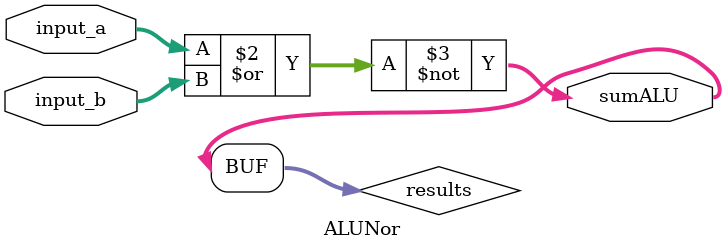
<source format=v>
module ALUNor (
	input [31:0] input_a, input_b,
	output [31:0] sumALU,
	);
	
	reg [31:0] results;
	assign sumALU = results;
	
	
	always @(*)
	begin
		 //  Logical nor
           results = ~(input_a | input_b);
          
	end
	
endmodule
		
		
	
</source>
